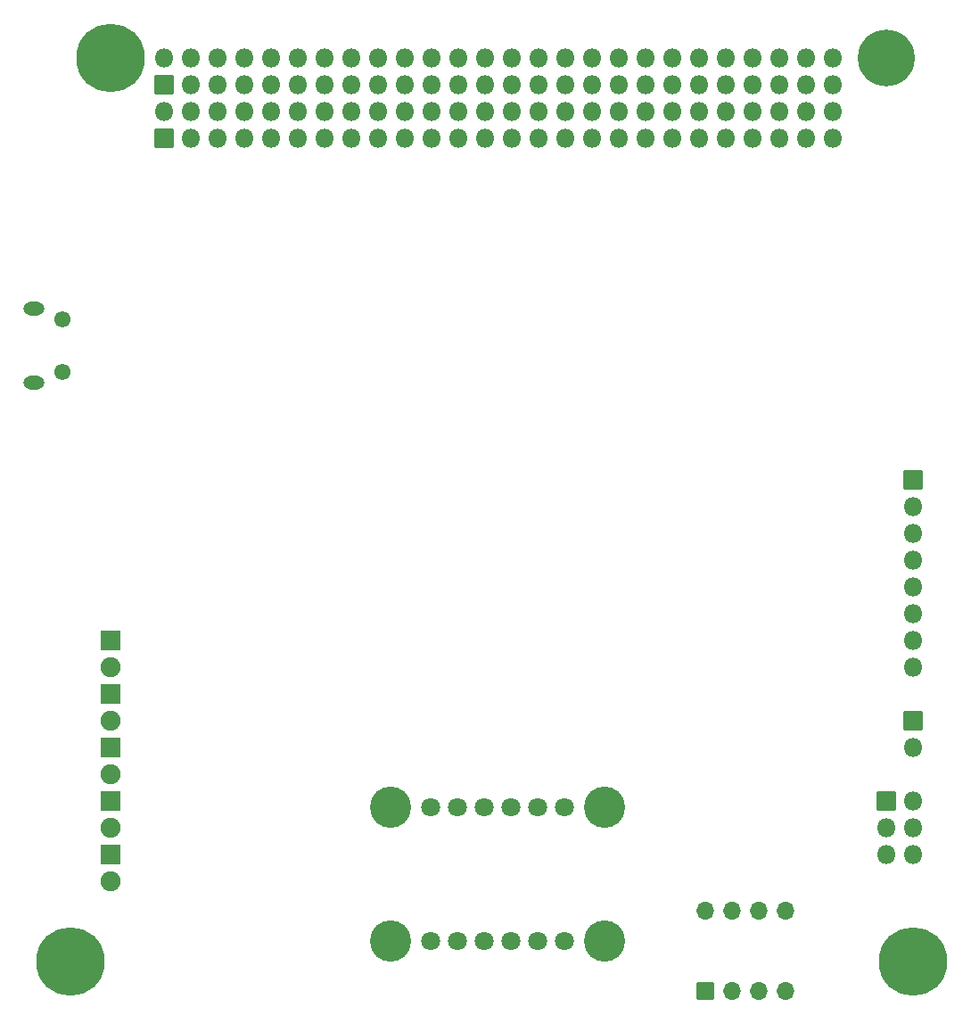
<source format=gbs>
%TF.GenerationSoftware,KiCad,Pcbnew,(6.0.4)*%
%TF.CreationDate,2022-07-08T23:35:13-04:00*%
%TF.ProjectId,Avionics_Board,4176696f-6e69-4637-935f-426f6172642e,rev?*%
%TF.SameCoordinates,Original*%
%TF.FileFunction,Soldermask,Bot*%
%TF.FilePolarity,Negative*%
%FSLAX46Y46*%
G04 Gerber Fmt 4.6, Leading zero omitted, Abs format (unit mm)*
G04 Created by KiCad (PCBNEW (6.0.4)) date 2022-07-08 23:35:13*
%MOMM*%
%LPD*%
G01*
G04 APERTURE LIST*
G04 Aperture macros list*
%AMRoundRect*
0 Rectangle with rounded corners*
0 $1 Rounding radius*
0 $2 $3 $4 $5 $6 $7 $8 $9 X,Y pos of 4 corners*
0 Add a 4 corners polygon primitive as box body*
4,1,4,$2,$3,$4,$5,$6,$7,$8,$9,$2,$3,0*
0 Add four circle primitives for the rounded corners*
1,1,$1+$1,$2,$3*
1,1,$1+$1,$4,$5*
1,1,$1+$1,$6,$7*
1,1,$1+$1,$8,$9*
0 Add four rect primitives between the rounded corners*
20,1,$1+$1,$2,$3,$4,$5,0*
20,1,$1+$1,$4,$5,$6,$7,0*
20,1,$1+$1,$6,$7,$8,$9,0*
20,1,$1+$1,$8,$9,$2,$3,0*%
G04 Aperture macros list end*
%ADD10C,6.501600*%
%ADD11RoundRect,0.050800X0.850000X-0.850000X0.850000X0.850000X-0.850000X0.850000X-0.850000X-0.850000X0*%
%ADD12O,1.801600X1.801600*%
%ADD13RoundRect,0.050800X-0.900000X0.900000X-0.900000X-0.900000X0.900000X-0.900000X0.900000X0.900000X0*%
%ADD14C,1.901600*%
%ADD15RoundRect,0.050800X-0.850000X-0.850000X0.850000X-0.850000X0.850000X0.850000X-0.850000X0.850000X0*%
%ADD16C,1.551600*%
%ADD17O,2.001600X1.301600*%
%ADD18C,5.401600*%
%ADD19RoundRect,0.050800X0.800000X-0.800000X0.800000X0.800000X-0.800000X0.800000X-0.800000X-0.800000X0*%
%ADD20O,1.701600X1.701600*%
%ADD21C,1.801600*%
%ADD22C,3.911600*%
G04 APERTURE END LIST*
D10*
%TO.C,H5*%
X147320000Y-154310000D03*
%TD*%
D11*
%TO.C,H1*%
X76200000Y-76200000D03*
D12*
X76200000Y-73660000D03*
X78740000Y-76200000D03*
X78740000Y-73650000D03*
X81280000Y-76200000D03*
X81280000Y-73650000D03*
X83820000Y-76200000D03*
X83820000Y-73650000D03*
X86360000Y-76200000D03*
X86360000Y-73650000D03*
X88900000Y-76200000D03*
X88900000Y-73650000D03*
X91440000Y-76200000D03*
X91440000Y-73650000D03*
X93980000Y-76200000D03*
X93980000Y-73650000D03*
X96520000Y-76200000D03*
X96520000Y-73650000D03*
X99060000Y-76200000D03*
X99060000Y-73650000D03*
X101600000Y-76200000D03*
X101600000Y-73650000D03*
X104140000Y-76200000D03*
X104140000Y-73650000D03*
X106680000Y-76200000D03*
X106680000Y-73650000D03*
X109220000Y-76200000D03*
X109220000Y-73650000D03*
X111760000Y-76200000D03*
X111760000Y-73650000D03*
X114300000Y-76200000D03*
X114300000Y-73650000D03*
X116840000Y-76200000D03*
X116840000Y-73650000D03*
X119380000Y-76200000D03*
X119380000Y-73650000D03*
X121920000Y-76200000D03*
X121920000Y-73650000D03*
X124460000Y-76200000D03*
X124460000Y-73650000D03*
X127000000Y-76200000D03*
X127000000Y-73650000D03*
X129540000Y-76200000D03*
X129540000Y-73650000D03*
X132080000Y-76200000D03*
X132080000Y-73650000D03*
X134620000Y-76200000D03*
X134620000Y-73650000D03*
X137160000Y-76200000D03*
X137160000Y-73650000D03*
X139700000Y-76200000D03*
X139700000Y-73650000D03*
%TD*%
D13*
%TO.C,D1*%
X71120000Y-144150000D03*
D14*
X71120000Y-146690000D03*
%TD*%
D10*
%TO.C,H3*%
X71120000Y-68580000D03*
%TD*%
D15*
%TO.C,J1*%
X147320000Y-108590000D03*
D12*
X147320000Y-111130000D03*
X147320000Y-113670000D03*
X147320000Y-116210000D03*
X147320000Y-118750000D03*
X147320000Y-121290000D03*
X147320000Y-123830000D03*
X147320000Y-126370000D03*
%TD*%
D10*
%TO.C,H6*%
X67310000Y-154305000D03*
%TD*%
D13*
%TO.C,D4*%
X71120000Y-128910000D03*
D14*
X71120000Y-131450000D03*
%TD*%
D16*
%TO.C,J2*%
X66479400Y-93390000D03*
X66479400Y-98390000D03*
D17*
X63779400Y-92390000D03*
X63779400Y-99390000D03*
%TD*%
D13*
%TO.C,D2*%
X71120000Y-139070000D03*
D14*
X71120000Y-141610000D03*
%TD*%
D13*
%TO.C,D3*%
X71120000Y-133990000D03*
D14*
X71120000Y-136530000D03*
%TD*%
D15*
%TO.C,J3*%
X147320000Y-131450000D03*
D12*
X147320000Y-133990000D03*
%TD*%
D18*
%TO.C,H4*%
X144780000Y-68580000D03*
%TD*%
D19*
%TO.C,U4*%
X127518000Y-157094000D03*
D20*
X130058000Y-157094000D03*
X132598000Y-157094000D03*
X135138000Y-157094000D03*
X135138000Y-149474000D03*
X132598000Y-149474000D03*
X130058000Y-149474000D03*
X127518000Y-149474000D03*
%TD*%
D21*
%TO.C,U2*%
X114141000Y-139673000D03*
X111601000Y-139673000D03*
X109061000Y-139673000D03*
X106521000Y-139673000D03*
X103981000Y-139673000D03*
X101441000Y-139673000D03*
X101441000Y-152373000D03*
X103981000Y-152373000D03*
X106521000Y-152373000D03*
X109061000Y-152373000D03*
X111601000Y-152373000D03*
X114141000Y-152373000D03*
D22*
X97631000Y-139673000D03*
X117951000Y-139673000D03*
X117951000Y-152373000D03*
X97631000Y-152373000D03*
%TD*%
D15*
%TO.C,J4*%
X144780000Y-139070000D03*
D12*
X147320000Y-139070000D03*
X144780000Y-141610000D03*
X147320000Y-141610000D03*
X144780000Y-144150000D03*
X147320000Y-144150000D03*
%TD*%
D13*
%TO.C,D5*%
X71120000Y-123830000D03*
D14*
X71120000Y-126370000D03*
%TD*%
D11*
%TO.C,H2*%
X76200000Y-71120000D03*
D12*
X76200000Y-68580000D03*
X78740000Y-71120000D03*
X78740000Y-68570000D03*
X81280000Y-71120000D03*
X81280000Y-68570000D03*
X83820000Y-71120000D03*
X83820000Y-68570000D03*
X86360000Y-71120000D03*
X86360000Y-68570000D03*
X88900000Y-71120000D03*
X88900000Y-68570000D03*
X91440000Y-71120000D03*
X91440000Y-68570000D03*
X93980000Y-71120000D03*
X93980000Y-68570000D03*
X96520000Y-71120000D03*
X96520000Y-68570000D03*
X99060000Y-71120000D03*
X99060000Y-68570000D03*
X101600000Y-71120000D03*
X101600000Y-68570000D03*
X104140000Y-71120000D03*
X104140000Y-68570000D03*
X106680000Y-71120000D03*
X106680000Y-68570000D03*
X109220000Y-71120000D03*
X109220000Y-68570000D03*
X111760000Y-71120000D03*
X111760000Y-68570000D03*
X114300000Y-71120000D03*
X114300000Y-68570000D03*
X116840000Y-71120000D03*
X116840000Y-68570000D03*
X119380000Y-71120000D03*
X119380000Y-68570000D03*
X121920000Y-71120000D03*
X121920000Y-68570000D03*
X124460000Y-71120000D03*
X124460000Y-68570000D03*
X127000000Y-71120000D03*
X127000000Y-68570000D03*
X129540000Y-71120000D03*
X129540000Y-68570000D03*
X132080000Y-71120000D03*
X132080000Y-68570000D03*
X134620000Y-71120000D03*
X134620000Y-68570000D03*
X137160000Y-71120000D03*
X137160000Y-68570000D03*
X139700000Y-71120000D03*
X139700000Y-68570000D03*
%TD*%
M02*

</source>
